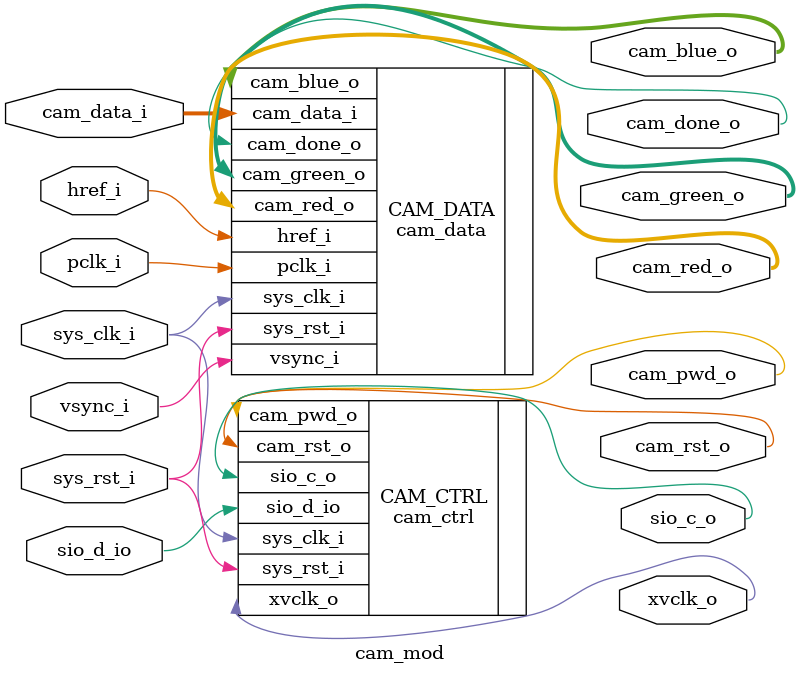
<source format=v>
`timescale 1ns / 1ps


module cam_mod(
    input sys_clk_i,
    input sys_rst_i,

    output xvclk_o,
    output sio_c_o,
    inout sio_d_io,
    output cam_rst_o,
    output cam_pwd_o,

    input vsync_i,
    input href_i,
    input pclk_i,
    input [7:0] cam_data_i,

    output [7:0] cam_red_o,
    output [7:0] cam_green_o,
    output [7:0] cam_blue_o,

    output cam_done_o
    );

cam_ctrl CAM_CTRL(
    .sys_clk_i(sys_clk_i),
    .sys_rst_i(sys_rst_i),
    .xvclk_o(xvclk_o),
    .sio_c_o(sio_c_o),
    .sio_d_io(sio_d_io),
    .cam_rst_o(cam_rst_o),
    .cam_pwd_o(cam_pwd_o)
);

cam_data CAM_DATA(
.sys_clk_i(sys_clk_i),
.sys_rst_i(sys_rst_i),

.vsync_i(vsync_i),
.href_i(href_i),
.pclk_i(pclk_i),
.cam_data_i(cam_data_i),

.cam_red_o(cam_red_o),
.cam_green_o(cam_green_o),
.cam_blue_o(cam_blue_o),

.cam_done_o(cam_done_o)
);

endmodule

</source>
